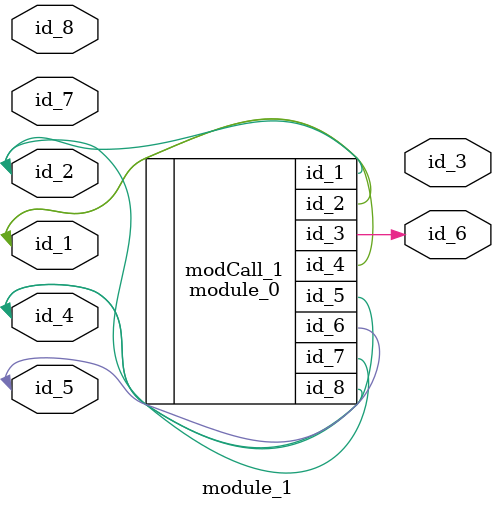
<source format=v>
module module_0 (
    id_1,
    id_2,
    id_3,
    id_4,
    id_5,
    id_6,
    id_7,
    id_8
);
  inout wire id_8;
  inout wire id_7;
  inout wire id_6;
  inout wire id_5;
  output wire id_4;
  output wire id_3;
  inout wire id_2;
  output wire id_1;
  wire id_9;
  wire id_10;
endmodule
module module_1 (
    id_1,
    id_2,
    id_3,
    id_4,
    id_5,
    id_6,
    id_7,
    id_8
);
  input wire id_8;
  input wire id_7;
  output wire id_6;
  inout wire id_5;
  inout wire id_4;
  output wire id_3;
  inout wire id_2;
  inout wire id_1;
  assign id_3[1] = {1{id_4}};
  module_0 modCall_1 (
      id_2,
      id_1,
      id_6,
      id_1,
      id_4,
      id_5,
      id_2,
      id_4
  );
endmodule

</source>
